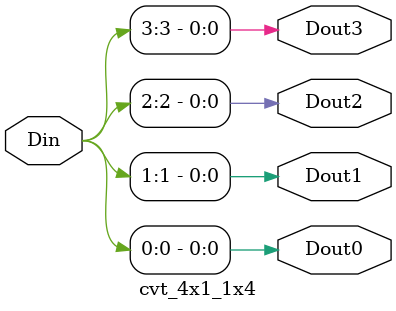
<source format=v>


module cvt_4x1_1x4(
	Din,
	Dout0,
	Dout1,
	Dout2,
	Dout3
);


input wire	[3:0] Din;
output wire	Dout0;
output wire	Dout1;
output wire	Dout2;
output wire	Dout3;


assign	Dout0 = Din[0];
assign	Dout1 = Din[1];
assign	Dout2 = Din[2];
assign	Dout3 = Din[3];




endmodule

</source>
